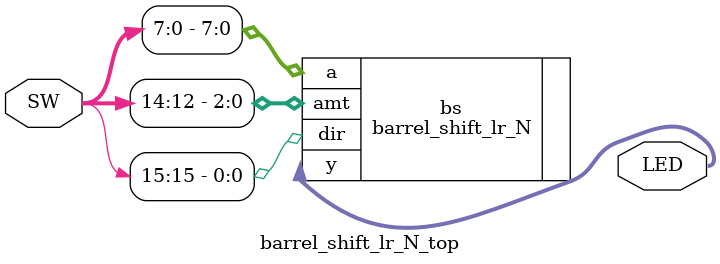
<source format=sv>
`timescale 1ns / 1ps

module barrel_shift_lr_N_top(
    input logic [15:0] SW,
    output logic [15:0] LED
    );
    
    barrel_shift_lr_N #(.N(3)) bs(.a(SW[7:0]), .dir(SW[15]), .amt(SW[14:12]), .y(LED));
endmodule

</source>
